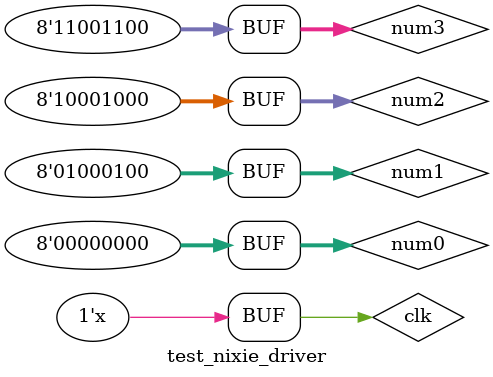
<source format=v>
`timescale 1ns / 1ps


module test_nixie_driver();

reg [7:0] num0, num1, num2, num3;
reg clk = 0;
wire [3:0] addr;
wire [7:0] select_num;

always #1 clk = ~clk;

initial begin
    num0 = 8'h00;
    num1 = 8'h44;
    num2 = 8'h88;
    num3 = 8'hCC;
end

Nixie_Show_Driver u(num0, num1, num2, num3, clk, addr, select_num);

endmodule

</source>
